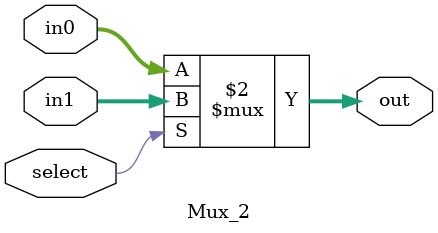
<source format=v>
`timescale 1ns / 1ps


module Mux_2(
    input [31:0]in0,in1,
    input select,
    output [31:0]out
    );
    assign out = (select == 0) ? in0 : in1;
endmodule

</source>
